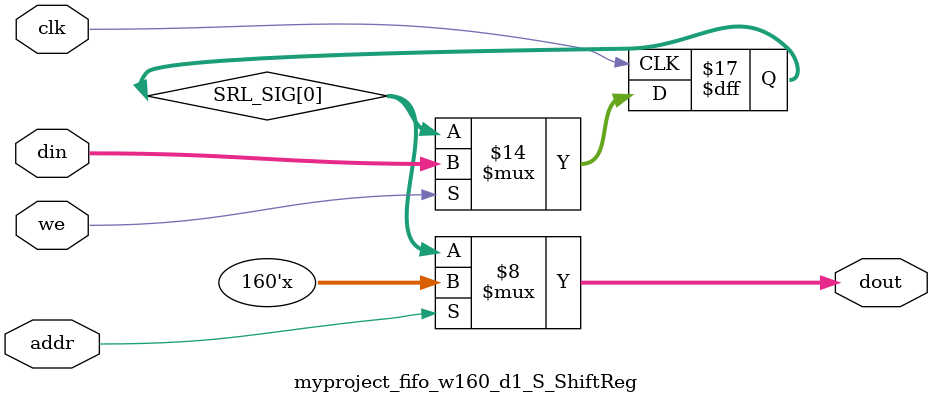
<source format=v>

`timescale 1ns/1ps

module myproject_fifo_w160_d1_S
#(parameter
    MEM_STYLE    = "shiftReg",
    DATA_WIDTH   = 160,
    ADDR_WIDTH   = 1,
    DEPTH        = 1)
(
    // system signal
    input  wire                  clk,
    input  wire                  reset,

    // write
    output wire                  if_full_n,
    input  wire                  if_write_ce,
    input  wire                  if_write,
    input  wire [DATA_WIDTH-1:0] if_din,
    
    // read 
    output wire [ADDR_WIDTH:0]   if_num_data_valid, // for FRP
    output wire [ADDR_WIDTH:0]   if_fifo_cap,       // for FRP

    output wire                  if_empty_n,
    input  wire                  if_read_ce,
    input  wire                  if_read,
    output wire [DATA_WIDTH-1:0] if_dout
);
//------------------------Parameter----------------------
localparam 
    SRL_DEPTH    = DEPTH,
    SRL_AWIDTH   = ADDR_WIDTH;
//------------------------Local signal-------------------
    reg  [SRL_AWIDTH-1:0] addr;
    wire                  push;
    wire                  pop;
    reg  [SRL_AWIDTH:0]   mOutPtr;
    reg                   empty_n = 1'b0;
    reg                   full_n = 1'b1; 

//------------------------Instantiation------------------
    myproject_fifo_w160_d1_S_ShiftReg 
    #(  .DATA_WIDTH (DATA_WIDTH),
        .ADDR_WIDTH (SRL_AWIDTH),
        .DEPTH      (SRL_DEPTH))
    U_myproject_fifo_w160_d1_S_ShiftReg (
        .clk        (clk),
        .we         (push),
        .addr       (addr),
        .din        (if_din),
        .dout       (if_dout)
    );
//------------------------Task and function--------------

//------------------------Body---------------------------
    // num_data_valid 
    assign if_num_data_valid = mOutPtr;
    assign if_fifo_cap       = DEPTH;

    // almost full/empty 

    // program full/empty 

    assign if_full_n  = full_n; 
    assign if_empty_n = empty_n;

    assign push       = full_n & if_write_ce & if_write;
    assign pop        = empty_n & if_read_ce & if_read;

    // addr
    always @(posedge clk) begin
        if (reset)
            addr <= {SRL_AWIDTH{1'b0}};
        else if (push & ~pop && empty_n)
            addr <= addr + 1'b1;
        else if (~push & pop && (mOutPtr != 1))
            addr <= addr - 1'b1;
    end

    // mOutPtr
    always @(posedge clk) begin
        if (reset)
            mOutPtr <= {SRL_AWIDTH+1{1'b0}};
        else if (push & ~pop)
            mOutPtr <= mOutPtr + 1'b1;
        else if (~push & pop)
            mOutPtr <= mOutPtr - 1'b1;
    end

    // full_n
    always @(posedge clk) begin
        if (reset)
            full_n <= 1'b1;
        else if ((push & ~pop) && (mOutPtr == DEPTH - 1))
            full_n <= 1'b0;
        else if (~push & pop)
            full_n <= 1'b1;
    end

    // empty_n
    always @(posedge clk) begin
        if (reset)
            empty_n <= 1'b0;
        else if (push & ~pop)
            empty_n <= 1'b1;
        else if ((~push & pop) && (mOutPtr == 1))
            empty_n <= 1'b0;
    end

    // almost_full_n 

    // almost_empty_n 

    // prog_full_n 
 
    // prog_empty_n 

endmodule  


module myproject_fifo_w160_d1_S_ShiftReg
#(parameter
    DATA_WIDTH  = 160,
    ADDR_WIDTH  = 1,
    DEPTH       = 1)
(
    input  wire                  clk,
    input  wire                  we,
    input  wire [ADDR_WIDTH-1:0] addr,
    input  wire [DATA_WIDTH-1:0] din,
    output wire [DATA_WIDTH-1:0] dout
);

    reg [DATA_WIDTH-1:0] SRL_SIG [0:DEPTH-1];
    integer i;

    always @(posedge clk) begin
        if (we) begin
            for (i=0; i<DEPTH-1; i=i+1)
                SRL_SIG[i+1] <= SRL_SIG[i];
            SRL_SIG[0] <= din;
        end
    end

    assign dout = SRL_SIG[addr];

endmodule
</source>
